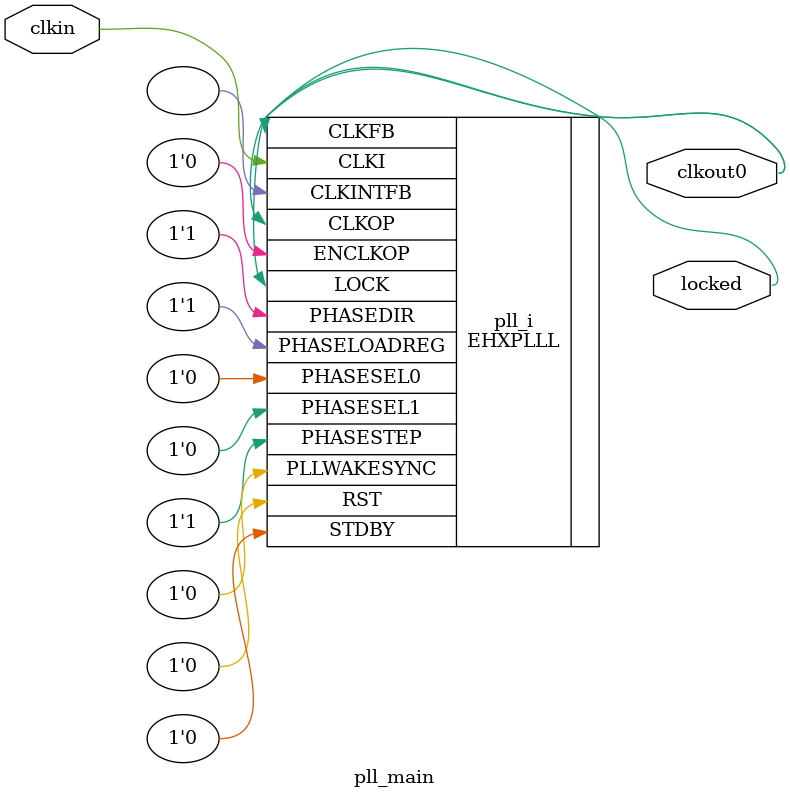
<source format=v>
module pll_main
(
    input clkin, // 25 MHz, 0 deg
    output clkout0, // 50 MHz, 0 deg
    output locked
);
(* FREQUENCY_PIN_CLKI="25" *)
(* FREQUENCY_PIN_CLKOP="50" *)
(* ICP_CURRENT="12" *) (* LPF_RESISTOR="8" *) (* MFG_ENABLE_FILTEROPAMP="1" *) (* MFG_GMCREF_SEL="2" *)
EHXPLLL #(
        .PLLRST_ENA("DISABLED"),
        .INTFB_WAKE("DISABLED"),
        .STDBY_ENABLE("DISABLED"),
        .DPHASE_SOURCE("DISABLED"),
        .OUTDIVIDER_MUXA("DIVA"),
        .OUTDIVIDER_MUXB("DIVB"),
        .OUTDIVIDER_MUXC("DIVC"),
        .OUTDIVIDER_MUXD("DIVD"),
        .CLKI_DIV(1),
        .CLKOP_ENABLE("ENABLED"),
        .CLKOP_DIV(12),
        .CLKOP_CPHASE(5),
        .CLKOP_FPHASE(0),
        .FEEDBK_PATH("CLKOP"),
        .CLKFB_DIV(2)
    ) pll_i (
        .RST(1'b0),
        .STDBY(1'b0),
        .CLKI(clkin),
        .CLKOP(clkout0),
        .CLKFB(clkout0),
        .CLKINTFB(),
        .PHASESEL0(1'b0),
        .PHASESEL1(1'b0),
        .PHASEDIR(1'b1),
        .PHASESTEP(1'b1),
        .PHASELOADREG(1'b1),
        .PLLWAKESYNC(1'b0),
        .ENCLKOP(1'b0),
        .LOCK(locked)
	);
endmodule

</source>
